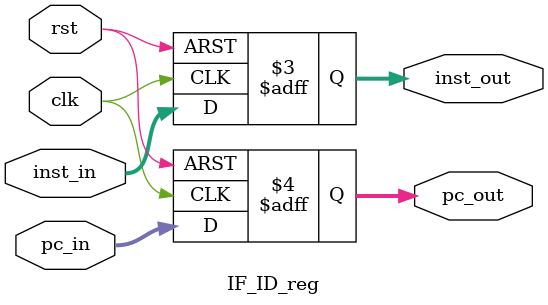
<source format=v>
module IF_ID_reg (
    input clk, rst,
    input [31:0] inst_in, pc_in,
    output reg [31:0] inst_out, pc_out
);

    always @(posedge clk or negedge rst) begin
        if (!rst) begin
            inst_out <= 0;
            pc_out <= 0;
        end else begin
            inst_out <= inst_in;
            pc_out <= pc_in;
        end
    end
    
endmodule

</source>
